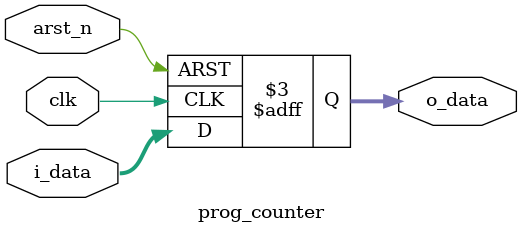
<source format=v>
`timescale 1ns/1ps

`define REG_WIDTH 32

module prog_counter(i_data, o_data, clk, arst_n);

input [`REG_WIDTH-1:0] i_data;
input clk, arst_n;

output reg [`REG_WIDTH-1:0] o_data;

always @(posedge clk or negedge arst_n) begin
	if(!arst_n) o_data = 0;
	else o_data = i_data;
end
endmodule

</source>
